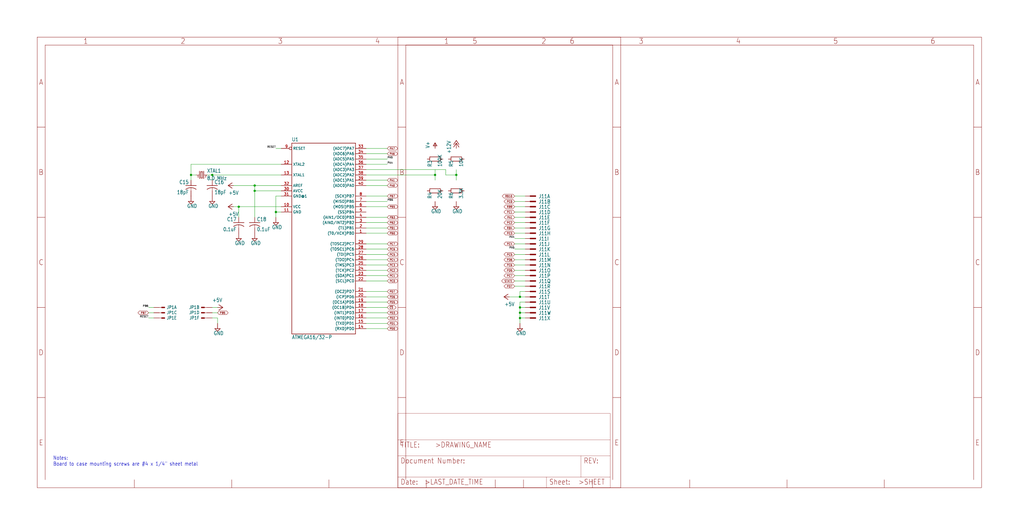
<source format=kicad_sch>
(kicad_sch (version 20211123) (generator eeschema)
  (paper "User" 490.22 254.406)
  (lib_symbols
    (symbol "Device:R" (pin_numbers hide) (pin_names (offset 0))
      (property "Reference" "R" (at 2.032 0 90))
      (property "Value" "R" (at 0 0 90))
      (symbol "R_0_1"
        (rectangle (start -1.016 -2.54) (end 1.016 2.54) (stroke (width 0.254)))
      )
      (symbol "R_1_1"
        (pin passive line (at 0 3.81 270) (length 1.27) (name "~") (number "1"))
        (pin passive line (at 0 -3.81 90) (length 1.27) (name "~") (number "2"))
      )
    )
    (symbol "mk312-eagle-import:+12V" (power)
      (property "Value" "+12V" (at -2.54 -5.08 90))
      (symbol "+12V_1_0"
        (polyline (pts (xy 0 0) (xy -1.27 -1.905)) (stroke (width 0.254)))
        (polyline (pts (xy 0 1.27) (xy -1.27 -0.635)) (stroke (width 0.254)))
        (polyline (pts (xy 1.27 -1.905) (xy 0 0)) (stroke (width 0.254)))
        (polyline (pts (xy 1.27 -0.635) (xy 0 1.27)) (stroke (width 0.254)))
        (pin power_in line (at 0 -2.54 90) (length 2.54) (name "+12V") (number "1"))
      )
    )
    (symbol "mk312-eagle-import:+5V" (power)
      (property "Value" "+5V" (at -2.54 -5.08 90))
      (symbol "+5V_1_0"
        (polyline (pts (xy 0 0) (xy -1.27 -1.905)) (stroke (width 0.254)))
        (polyline (pts (xy 1.27 -1.905) (xy 0 0)) (stroke (width 0.254)))
        (pin power_in line (at 0 -2.54 90) (length 2.54) (name "+5V") (number "1"))
      )
    )
    (symbol "mk312-eagle-import:057-006-1"
      (property "Reference" "X" (at 1.016 -0.762 0))
      (symbol "057-006-1_1_0"
        (polyline (pts (xy -2.54 0) (xy -1.27 0)) (stroke (width 0.1524)))
        (polyline (pts (xy 0 0) (xy -1.27 0)) (stroke (width 0.6096)))
        (pin passive line (at -5.08 0 0) (length 2.54) (name "S") (number "1"))
      )
      (symbol "057-006-1_2_0"
        (polyline (pts (xy -2.54 0) (xy -1.27 0)) (stroke (width 0.1524)))
        (polyline (pts (xy 0 0) (xy -1.27 0)) (stroke (width 0.6096)))
        (pin passive line (at -5.08 0 0) (length 2.54) (name "S") (number "2"))
      )
      (symbol "057-006-1_3_0"
        (polyline (pts (xy -2.54 0) (xy -1.27 0)) (stroke (width 0.1524)))
        (polyline (pts (xy 0 0) (xy -1.27 0)) (stroke (width 0.6096)))
        (pin passive line (at -5.08 0 0) (length 2.54) (name "S") (number "3"))
      )
      (symbol "057-006-1_4_0"
        (polyline (pts (xy -2.54 0) (xy -1.27 0)) (stroke (width 0.1524)))
        (polyline (pts (xy 0 0) (xy -1.27 0)) (stroke (width 0.6096)))
        (pin passive line (at -5.08 0 0) (length 2.54) (name "S") (number "4"))
      )
      (symbol "057-006-1_5_0"
        (polyline (pts (xy -2.54 0) (xy -1.27 0)) (stroke (width 0.1524)))
        (polyline (pts (xy 0 0) (xy -1.27 0)) (stroke (width 0.6096)))
        (pin passive line (at -5.08 0 0) (length 2.54) (name "S") (number "5"))
      )
      (symbol "057-006-1_6_0"
        (polyline (pts (xy -2.54 0) (xy -1.27 0)) (stroke (width 0.1524)))
        (polyline (pts (xy 0 0) (xy -1.27 0)) (stroke (width 0.6096)))
        (pin passive line (at -5.08 0 0) (length 2.54) (name "S") (number "6"))
      )
    )
    (symbol "mk312-eagle-import:2524-"
      (property "Reference" "X" (at -1.27 0.889 0))
      (symbol "2524-_1_0"
        (rectangle (start 0 -0.254) (end 2.794 0.254) (fill (type outline)))
        (pin passive line (at 5.08 0 180) (length 2.54) (name "KL") (number "1"))
      )
      (symbol "2524-_2_0"
        (rectangle (start 0 -0.254) (end 2.794 0.254) (fill (type outline)))
        (pin passive line (at 5.08 0 180) (length 2.54) (name "KL") (number "2"))
      )
      (symbol "2524-_3_0"
        (rectangle (start 0 -0.254) (end 2.794 0.254) (fill (type outline)))
        (pin passive line (at 5.08 0 180) (length 2.54) (name "KL") (number "3"))
      )
      (symbol "2524-_4_0"
        (rectangle (start 0 -0.254) (end 2.794 0.254) (fill (type outline)))
        (pin passive line (at 5.08 0 180) (length 2.54) (name "KL") (number "4"))
      )
      (symbol "2524-_5_0"
        (rectangle (start 0 -0.254) (end 2.794 0.254) (fill (type outline)))
        (pin passive line (at 5.08 0 180) (length 2.54) (name "KL") (number "5"))
      )
      (symbol "2524-_6_0"
        (rectangle (start 0 -0.254) (end 2.794 0.254) (fill (type outline)))
        (pin passive line (at 5.08 0 180) (length 2.54) (name "KL") (number "6"))
      )
      (symbol "2524-_7_0"
        (rectangle (start 0 -0.254) (end 2.794 0.254) (fill (type outline)))
        (pin passive line (at 5.08 0 180) (length 2.54) (name "KL") (number "7"))
      )
      (symbol "2524-_8_0"
        (rectangle (start 0 -0.254) (end 2.794 0.254) (fill (type outline)))
        (pin passive line (at 5.08 0 180) (length 2.54) (name "KL") (number "8"))
      )
      (symbol "2524-_9_0"
        (rectangle (start 0 -0.254) (end 2.794 0.254) (fill (type outline)))
        (pin passive line (at 5.08 0 180) (length 2.54) (name "KL") (number "9"))
      )
      (symbol "2524-_10_0"
        (rectangle (start 0 -0.254) (end 2.794 0.254) (fill (type outline)))
        (pin passive line (at 5.08 0 180) (length 2.54) (name "KL") (number "10"))
      )
      (symbol "2524-_11_0"
        (rectangle (start 0 -0.254) (end 2.794 0.254) (fill (type outline)))
        (pin passive line (at 5.08 0 180) (length 2.54) (name "KL") (number "11"))
      )
      (symbol "2524-_12_0"
        (rectangle (start 0 -0.254) (end 2.794 0.254) (fill (type outline)))
        (pin passive line (at 5.08 0 180) (length 2.54) (name "KL") (number "12"))
      )
      (symbol "2524-_13_0"
        (rectangle (start 0 -0.254) (end 2.794 0.254) (fill (type outline)))
        (pin passive line (at 5.08 0 180) (length 2.54) (name "KL") (number "13"))
      )
      (symbol "2524-_14_0"
        (rectangle (start 0 -0.254) (end 2.794 0.254) (fill (type outline)))
        (pin passive line (at 5.08 0 180) (length 2.54) (name "KL") (number "14"))
      )
      (symbol "2524-_15_0"
        (rectangle (start 0 -0.254) (end 2.794 0.254) (fill (type outline)))
        (pin passive line (at 5.08 0 180) (length 2.54) (name "KL") (number "15"))
      )
      (symbol "2524-_16_0"
        (rectangle (start 0 -0.254) (end 2.794 0.254) (fill (type outline)))
        (pin passive line (at 5.08 0 180) (length 2.54) (name "KL") (number "16"))
      )
      (symbol "2524-_17_0"
        (rectangle (start 0 -0.254) (end 2.794 0.254) (fill (type outline)))
        (pin passive line (at 5.08 0 180) (length 2.54) (name "KL") (number "17"))
      )
      (symbol "2524-_18_0"
        (rectangle (start 0 -0.254) (end 2.794 0.254) (fill (type outline)))
        (pin passive line (at 5.08 0 180) (length 2.54) (name "KL") (number "18"))
      )
      (symbol "2524-_19_0"
        (rectangle (start 0 -0.254) (end 2.794 0.254) (fill (type outline)))
        (pin passive line (at 5.08 0 180) (length 2.54) (name "KL") (number "19"))
      )
      (symbol "2524-_20_0"
        (rectangle (start 0 -0.254) (end 2.794 0.254) (fill (type outline)))
        (pin passive line (at 5.08 0 180) (length 2.54) (name "KL") (number "20"))
      )
      (symbol "2524-_21_0"
        (rectangle (start 0 -0.254) (end 2.794 0.254) (fill (type outline)))
        (pin passive line (at 5.08 0 180) (length 2.54) (name "KL") (number "21"))
      )
      (symbol "2524-_22_0"
        (rectangle (start 0 -0.254) (end 2.794 0.254) (fill (type outline)))
        (pin passive line (at 5.08 0 180) (length 2.54) (name "KL") (number "22"))
      )
      (symbol "2524-_23_0"
        (rectangle (start 0 -0.254) (end 2.794 0.254) (fill (type outline)))
        (pin passive line (at 5.08 0 180) (length 2.54) (name "KL") (number "23"))
      )
      (symbol "2524-_24_0"
        (rectangle (start 0 -0.254) (end 2.794 0.254) (fill (type outline)))
        (pin passive line (at 5.08 0 180) (length 2.54) (name "KL") (number "24"))
      )
    )
    (symbol "mk312-eagle-import:C-US025-024X044"
      (property "Reference" "C" (at 1.016 0.635 0))
      (property "Value" "C-US025-024X044" (at 1.016 -4.191 0))
      (symbol "C-US025-024X044_1_0"
        (arc (start 0 -1.0161) (mid -1.302 -1.2303) (end -2.4668 -1.8504) (stroke (width 0.254)))
        (polyline (pts (xy -2.54 0) (xy 2.54 0)) (stroke (width 0.254)))
        (polyline (pts (xy 0 -1.016) (xy 0 -2.54)) (stroke (width 0.1524)))
        (arc (start 2.4892 -1.8542) (mid 1.3158 -1.2195) (end 0 -1) (stroke (width 0.254)))
        (pin passive line (at 0 2.54 270) (length 2.54) (name "1") (number "1"))
        (pin passive line (at 0 -5.08 90) (length 2.54) (name "2") (number "2"))
      )
    )
    (symbol "mk312-eagle-import:CRYSTALHC49S"
      (property "Reference" "Q" (at 2.54 1.016 0))
      (property "Value" "CRYSTALHC49S" (at 2.54 -2.54 0))
      (symbol "CRYSTALHC49S_1_0"
        (polyline (pts (xy -2.54 0) (xy -1.016 0)) (stroke (width 0.1524)))
        (polyline (pts (xy -1.016 1.778) (xy -1.016 -1.778)) (stroke (width 0.254)))
        (polyline (pts (xy -0.381 -1.524) (xy 0.381 -1.524)) (stroke (width 0.254)))
        (polyline (pts (xy -0.381 1.524) (xy -0.381 -1.524)) (stroke (width 0.254)))
        (polyline (pts (xy 0.381 -1.524) (xy 0.381 1.524)) (stroke (width 0.254)))
        (polyline (pts (xy 0.381 1.524) (xy -0.381 1.524)) (stroke (width 0.254)))
        (polyline (pts (xy 1.016 0) (xy 2.54 0)) (stroke (width 0.1524)))
        (polyline (pts (xy 1.016 1.778) (xy 1.016 -1.778)) (stroke (width 0.254)))
        (text "1" (at -2.159 -1.143 0) (effects (font (size 0.8636 0.734)) (justify left bottom)))
        (text "2" (at 1.524 -1.143 0) (effects (font (size 0.8636 0.734)) (justify left bottom)))
        (pin passive line (at -2.54 0 0) (length 0) (name "1") (number "1"))
        (pin passive line (at 2.54 0 180) (length 0) (name "2") (number "2"))
      )
    )
    (symbol "mk312-eagle-import:FRAME_A_L"
      (symbol "FRAME_A_L_0_0"
        (polyline (pts (xy 0 43.18) (xy 3.81 43.18)))
        (polyline (pts (xy 0 86.36) (xy 3.81 86.36)))
        (polyline (pts (xy 0 129.54) (xy 3.81 129.54)))
        (polyline (pts (xy 0 172.72) (xy 3.81 172.72)))
        (polyline (pts (xy 3.81 3.81) (xy 3.81 212.09)))
        (polyline (pts (xy 46.5667 0) (xy 46.5667 3.81)))
        (polyline (pts (xy 93.1333 0) (xy 93.1333 3.81)))
        (polyline (pts (xy 139.7 0) (xy 139.7 3.81)))
        (polyline (pts (xy 186.2667 0) (xy 186.2667 3.81)))
        (polyline (pts (xy 232.8333 0) (xy 232.8333 3.81)))
        (polyline (pts (xy 275.59 3.81) (xy 275.59 212.09)))
        (polyline (pts (xy 275.59 43.18) (xy 279.4 43.18)))
        (polyline (pts (xy 275.59 86.36) (xy 279.4 86.36)))
        (polyline (pts (xy 275.59 129.54) (xy 279.4 129.54)))
        (polyline (pts (xy 275.59 172.72) (xy 279.4 172.72)))
        (polyline (pts (xy 275.59 212.09) (xy 3.81 212.09)))
        (polyline (pts (xy 0 0) (xy 279.4 0) (xy 279.4 215.9) (xy 0 215.9) (xy 0 0)))
        (text "1" (at 23.2833 213.995 0) (effects (font (size 2.54 2.286))))
        (text "2" (at 69.85 213.995 0) (effects (font (size 2.54 2.286))))
        (text "3" (at 116.4167 213.995 0) (effects (font (size 2.54 2.286))))
        (text "4" (at 162.9833 213.995 0) (effects (font (size 2.54 2.286))))
        (text "5" (at 209.55 213.995 0) (effects (font (size 2.54 2.286))))
        (text "6" (at 256.1167 213.995 0) (effects (font (size 2.54 2.286))))
        (text "A" (at 1.905 194.31 0) (effects (font (size 2.54 2.286))))
        (text "A" (at 277.495 194.31 0) (effects (font (size 2.54 2.286))))
        (text "B" (at 1.905 151.13 0) (effects (font (size 2.54 2.286))))
        (text "B" (at 277.495 151.13 0) (effects (font (size 2.54 2.286))))
        (text "C" (at 1.905 107.95 0) (effects (font (size 2.54 2.286))))
        (text "C" (at 277.495 107.95 0) (effects (font (size 2.54 2.286))))
        (text "D" (at 1.905 64.77 0) (effects (font (size 2.54 2.286))))
        (text "D" (at 277.495 64.77 0) (effects (font (size 2.54 2.286))))
        (text "E" (at 1.905 21.59 0) (effects (font (size 2.54 2.286))))
        (text "E" (at 277.495 21.59 0) (effects (font (size 2.54 2.286))))
      )
      (symbol "FRAME_A_L_2_0"
        (polyline (pts (xy 0 0) (xy 0 5.08)) (stroke (width 0.1016)))
        (polyline (pts (xy 0 0) (xy 71.12 0)) (stroke (width 0.1016)))
        (polyline (pts (xy 0 5.08) (xy 0 15.24)) (stroke (width 0.1016)))
        (polyline (pts (xy 0 5.08) (xy 71.12 5.08)) (stroke (width 0.1016)))
        (polyline (pts (xy 0 15.24) (xy 0 22.86)) (stroke (width 0.1016)))
        (polyline (pts (xy 0 22.86) (xy 0 35.56)) (stroke (width 0.1016)))
        (polyline (pts (xy 0 22.86) (xy 101.6 22.86)) (stroke (width 0.1016)))
        (polyline (pts (xy 71.12 0) (xy 101.6 0)) (stroke (width 0.1016)))
        (polyline (pts (xy 71.12 5.08) (xy 71.12 0)) (stroke (width 0.1016)))
        (polyline (pts (xy 71.12 5.08) (xy 87.63 5.08)) (stroke (width 0.1016)))
        (polyline (pts (xy 87.63 5.08) (xy 101.6 5.08)) (stroke (width 0.1016)))
        (polyline (pts (xy 87.63 15.24) (xy 0 15.24)) (stroke (width 0.1016)))
        (polyline (pts (xy 87.63 15.24) (xy 87.63 5.08)) (stroke (width 0.1016)))
        (polyline (pts (xy 101.6 5.08) (xy 101.6 0)) (stroke (width 0.1016)))
        (polyline (pts (xy 101.6 15.24) (xy 87.63 15.24)) (stroke (width 0.1016)))
        (polyline (pts (xy 101.6 15.24) (xy 101.6 5.08)) (stroke (width 0.1016)))
        (polyline (pts (xy 101.6 22.86) (xy 101.6 15.24)) (stroke (width 0.1016)))
        (polyline (pts (xy 101.6 35.56) (xy 0 35.56)) (stroke (width 0.1016)))
        (polyline (pts (xy 101.6 35.56) (xy 101.6 22.86)) (stroke (width 0.1016)))
        (text ">DRAWING_NAME" (at 17.78 19.05 0) (effects (font (size 2.54 2.159)) (justify left bottom)))
        (text ">LAST_DATE_TIME" (at 12.7 1.27 0) (effects (font (size 2.54 2.159)) (justify left bottom)))
        (text ">SHEET" (at 86.36 1.27 0) (effects (font (size 2.54 2.159)) (justify left bottom)))
        (text "Date:" (at 1.27 1.27 0) (effects (font (size 2.54 2.159)) (justify left bottom)))
        (text "Document Number:" (at 1.27 11.43 0) (effects (font (size 2.54 2.159)) (justify left bottom)))
        (text "REV:" (at 88.9 11.43 0) (effects (font (size 2.54 2.159)) (justify left bottom)))
        (text "Sheet:" (at 72.39 1.27 0) (effects (font (size 2.54 2.159)) (justify left bottom)))
        (text "TITLE:" (at 1.27 19.05 0) (effects (font (size 2.54 2.159)) (justify left bottom)))
      )
    )
    (symbol "mk312-eagle-import:GND" (power)
      (property "Value" "GND" (at -1.905 -3.175 0))
      (symbol "GND_1_0"
        (polyline (pts (xy -1.27 0) (xy 1.27 0)) (stroke (width 0.254)))
        (polyline (pts (xy 0 -1.27) (xy -1.27 0)) (stroke (width 0.254)))
        (polyline (pts (xy 1.27 0) (xy 0 -1.27)) (stroke (width 0.254)))
        (pin power_in line (at 0 2.54 270) (length 2.54) (name "GND") (number "1"))
      )
    )
    (symbol "mk312-eagle-import:MEGA16-P"
      (property "Reference" "IC" (at -15.24 43.942 0))
      (property "Value" "MEGA16-P" (at -15.24 -50.8 0))
      (symbol "MEGA16-P_1_0"
        (polyline (pts (xy -15.24 -48.26) (xy -15.24 43.18)) (stroke (width 0.254)))
        (polyline (pts (xy -15.24 43.18) (xy 15.24 43.18)) (stroke (width 0.254)))
        (polyline (pts (xy 15.24 -48.26) (xy -15.24 -48.26)) (stroke (width 0.254)))
        (polyline (pts (xy 15.24 43.18) (xy 15.24 -48.26)) (stroke (width 0.254)))
        (pin bidirectional line (at 20.32 0 180) (length 5.08) (name "(T0/XCK)PB0") (number "1"))
        (pin power_in line (at -20.32 12.7 0) (length 5.08) (name "VCC") (number "10"))
        (pin power_in line (at -20.32 10.16 0) (length 5.08) (name "GND") (number "11"))
        (pin bidirectional line (at -20.32 33.02 0) (length 5.08) (name "XTAL2") (number "12"))
        (pin bidirectional line (at -20.32 27.94 0) (length 5.08) (name "XTAL1") (number "13"))
        (pin bidirectional line (at 20.32 -45.72 180) (length 5.08) (name "(RXD)PD0") (number "14"))
        (pin bidirectional line (at 20.32 -43.18 180) (length 5.08) (name "(TXD)PD1") (number "15"))
        (pin bidirectional line (at 20.32 -40.64 180) (length 5.08) (name "(INT0)PD2") (number "16"))
        (pin bidirectional line (at 20.32 -38.1 180) (length 5.08) (name "(INT1)PD3") (number "17"))
        (pin bidirectional line (at 20.32 -35.56 180) (length 5.08) (name "(OC1B)PD4") (number "18"))
        (pin bidirectional line (at 20.32 -33.02 180) (length 5.08) (name "(OC1A)PD5") (number "19"))
        (pin bidirectional line (at 20.32 2.54 180) (length 5.08) (name "(T1)PB1") (number "2"))
        (pin bidirectional line (at 20.32 -30.48 180) (length 5.08) (name "(ICP)PD6") (number "20"))
        (pin bidirectional line (at 20.32 -27.94 180) (length 5.08) (name "(OC2)PD7") (number "21"))
        (pin bidirectional line (at 20.32 -22.86 180) (length 5.08) (name "(SCL)PC0") (number "22"))
        (pin bidirectional line (at 20.32 -20.32 180) (length 5.08) (name "(SDA)PC1") (number "23"))
        (pin bidirectional line (at 20.32 -17.78 180) (length 5.08) (name "(TCK)PC2") (number "24"))
        (pin bidirectional line (at 20.32 -15.24 180) (length 5.08) (name "(TMS)PC3") (number "25"))
        (pin bidirectional line (at 20.32 -12.7 180) (length 5.08) (name "(TDO)PC4") (number "26"))
        (pin bidirectional line (at 20.32 -10.16 180) (length 5.08) (name "(TDI)PC5") (number "27"))
        (pin bidirectional line (at 20.32 -7.62 180) (length 5.08) (name "(TOSC1)PC6") (number "28"))
        (pin bidirectional line (at 20.32 -5.08 180) (length 5.08) (name "(TOSC2)PC7") (number "29"))
        (pin bidirectional line (at 20.32 5.08 180) (length 5.08) (name "(AIN0/INT2)PB2") (number "3"))
        (pin power_in line (at -20.32 20.32 0) (length 5.08) (name "AVCC") (number "30"))
        (pin power_in line (at -20.32 17.78 0) (length 5.08) (name "GND@1") (number "31"))
        (pin passive line (at -20.32 22.86 0) (length 5.08) (name "AREF") (number "32"))
        (pin bidirectional line (at 20.32 40.64 180) (length 5.08) (name "(ADC7)PA7") (number "33"))
        (pin bidirectional line (at 20.32 38.1 180) (length 5.08) (name "(ADC6)PA6") (number "34"))
        (pin bidirectional line (at 20.32 35.56 180) (length 5.08) (name "(ADC5)PA5") (number "35"))
        (pin bidirectional line (at 20.32 33.02 180) (length 5.08) (name "(ADC4)PA4") (number "36"))
        (pin bidirectional line (at 20.32 30.48 180) (length 5.08) (name "(ADC3)PA3") (number "37"))
        (pin bidirectional line (at 20.32 27.94 180) (length 5.08) (name "(ADC2)PA2") (number "38"))
        (pin bidirectional line (at 20.32 25.4 180) (length 5.08) (name "(ADC1)PA1") (number "39"))
        (pin bidirectional line (at 20.32 7.62 180) (length 5.08) (name "(AIN1/OC0)PB3") (number "4"))
        (pin bidirectional line (at 20.32 22.86 180) (length 5.08) (name "(ADC0)PA0") (number "40"))
        (pin bidirectional line (at 20.32 10.16 180) (length 5.08) (name "(SS)PB4") (number "5"))
        (pin bidirectional line (at 20.32 12.7 180) (length 5.08) (name "(MOSI)PB5") (number "6"))
        (pin bidirectional line (at 20.32 15.24 180) (length 5.08) (name "(MISO)PB6") (number "7"))
        (pin bidirectional line (at 20.32 17.78 180) (length 5.08) (name "(SCK)PB7") (number "8"))
        (pin input inverted (at -20.32 40.64 0) (length 5.08) (name "RESET") (number "9"))
      )
    )
    (symbol "mk312-eagle-import:V+" (power)
      (property "Value" "V+" (at -2.54 -2.54 90))
      (symbol "V+_1_0"
        (polyline (pts (xy -0.889 -1.27) (xy 0.889 -1.27)) (stroke (width 0.254)))
        (polyline (pts (xy 0 0.127) (xy -0.889 -1.27)) (stroke (width 0.254)))
        (polyline (pts (xy 0.889 -1.27) (xy 0 0.127)) (stroke (width 0.254)))
        (pin power_in line (at 0 -2.54 90) (length 2.54) (name "V+") (number "1"))
      )
    )
  )
  (junction (at 248.92 149.86))
  (junction (at 248.92 152.4))
  (junction (at 218.44 83.82))
  (junction (at 208.28 83.82))
  (junction (at 91.44 83.82))
  (junction (at 248.92 142.24))
  (junction (at 248.92 147.32))
  (junction (at 101.6 83.82))
  (junction (at 121.92 88.9))
  (junction (at 114.3 99.06))
  (junction (at 132.08 101.6))
  (junction (at 121.92 91.44))
  (wire (pts (xy 175.26 111.76) (xy 185.42 111.76)))
  (wire (pts (xy 248.92 147.32) (xy 248.92 149.86)))
  (wire (pts (xy 134.62 99.06) (xy 114.3 99.06)))
  (wire (pts (xy 175.26 104.14) (xy 185.42 104.14)))
  (wire (pts (xy 132.08 93.98) (xy 132.08 101.6)))
  (wire (pts (xy 73.66 152.4) (xy 71.12 152.4)))
  (wire (pts (xy 114.3 104.14) (xy 114.3 99.06)))
  (wire (pts (xy 248.92 142.24) (xy 248.92 139.7)))
  (wire (pts (xy 248.92 152.4) (xy 251.46 152.4)))
  (wire (pts (xy 134.62 71.12) (xy 132.08 71.12)))
  (wire (pts (xy 175.26 116.84) (xy 185.42 116.84)))
  (wire (pts (xy 251.46 114.3) (xy 246.38 114.3)))
  (wire (pts (xy 251.46 111.76) (xy 246.38 111.76)))
  (wire (pts (xy 218.44 83.82) (xy 218.44 81.28)))
  (wire (pts (xy 218.44 86.36) (xy 218.44 83.82)))
  (wire (pts (xy 251.46 137.16) (xy 246.38 137.16)))
  (wire (pts (xy 111.76 88.9) (xy 121.92 88.9)))
  (wire (pts (xy 175.26 93.98) (xy 185.42 93.98)))
  (wire (pts (xy 121.92 91.44) (xy 121.92 88.9)))
  (wire (pts (xy 134.62 101.6) (xy 132.08 101.6)))
  (wire (pts (xy 208.28 81.28) (xy 208.28 83.82)))
  (wire (pts (xy 251.46 134.62) (xy 246.38 134.62)))
  (wire (pts (xy 175.26 73.66) (xy 185.42 73.66)))
  (wire (pts (xy 213.36 81.28) (xy 213.36 83.82)))
  (wire (pts (xy 175.26 157.48) (xy 185.42 157.48)))
  (wire (pts (xy 91.44 86.36) (xy 91.44 83.82)))
  (wire (pts (xy 248.92 144.78) (xy 248.92 147.32)))
  (wire (pts (xy 213.36 83.82) (xy 218.44 83.82)))
  (wire (pts (xy 175.26 127) (xy 185.42 127)))
  (wire (pts (xy 175.26 134.62) (xy 185.42 134.62)))
  (wire (pts (xy 185.42 76.2) (xy 175.26 76.2)))
  (wire (pts (xy 104.14 147.32) (xy 101.6 147.32)))
  (wire (pts (xy 251.46 99.06) (xy 246.38 99.06)))
  (wire (pts (xy 248.92 149.86) (xy 248.92 152.4)))
  (wire (pts (xy 251.46 149.86) (xy 248.92 149.86)))
  (wire (pts (xy 251.46 144.78) (xy 248.92 144.78)))
  (wire (pts (xy 101.6 149.86) (xy 104.14 149.86)))
  (wire (pts (xy 251.46 104.14) (xy 246.38 104.14)))
  (wire (pts (xy 175.26 99.06) (xy 185.42 99.06)))
  (wire (pts (xy 175.26 129.54) (xy 185.42 129.54)))
  (wire (pts (xy 175.26 81.28) (xy 213.36 81.28)))
  (wire (pts (xy 132.08 101.6) (xy 132.08 104.14)))
  (wire (pts (xy 243.84 142.24) (xy 248.92 142.24)))
  (wire (pts (xy 175.26 119.38) (xy 185.42 119.38)))
  (wire (pts (xy 91.44 83.82) (xy 93.98 83.82)))
  (wire (pts (xy 175.26 139.7) (xy 185.42 139.7)))
  (wire (pts (xy 104.14 152.4) (xy 101.6 152.4)))
  (wire (pts (xy 251.46 96.52) (xy 246.38 96.52)))
  (wire (pts (xy 175.26 109.22) (xy 185.42 109.22)))
  (wire (pts (xy 134.62 93.98) (xy 132.08 93.98)))
  (wire (pts (xy 121.92 104.14) (xy 121.92 91.44)))
  (wire (pts (xy 104.14 154.94) (xy 104.14 152.4)))
  (wire (pts (xy 251.46 119.38) (xy 246.38 119.38)))
  (wire (pts (xy 99.06 83.82) (xy 101.6 83.82)))
  (wire (pts (xy 175.26 106.68) (xy 185.42 106.68)))
  (wire (pts (xy 73.66 149.86) (xy 71.12 149.86)))
  (wire (pts (xy 121.92 88.9) (xy 134.62 88.9)))
  (wire (pts (xy 91.44 78.74) (xy 91.44 83.82)))
  (wire (pts (xy 101.6 83.82) (xy 134.62 83.82)))
  (wire (pts (xy 251.46 101.6) (xy 246.38 101.6)))
  (wire (pts (xy 251.46 93.98) (xy 246.38 93.98)))
  (wire (pts (xy 175.26 78.74) (xy 185.42 78.74)))
  (wire (pts (xy 251.46 106.68) (xy 246.38 106.68)))
  (wire (pts (xy 248.92 139.7) (xy 251.46 139.7)))
  (wire (pts (xy 175.26 132.08) (xy 185.42 132.08)))
  (wire (pts (xy 175.26 124.46) (xy 185.42 124.46)))
  (wire (pts (xy 175.26 86.36) (xy 185.42 86.36)))
  (wire (pts (xy 175.26 147.32) (xy 185.42 147.32)))
  (wire (pts (xy 251.46 142.24) (xy 248.92 142.24)))
  (wire (pts (xy 101.6 86.36) (xy 101.6 83.82)))
  (wire (pts (xy 175.26 96.52) (xy 185.42 96.52)))
  (wire (pts (xy 251.46 121.92) (xy 246.38 121.92)))
  (wire (pts (xy 208.28 83.82) (xy 208.28 86.36)))
  (wire (pts (xy 248.92 152.4) (xy 248.92 154.94)))
  (wire (pts (xy 134.62 91.44) (xy 121.92 91.44)))
  (wire (pts (xy 175.26 154.94) (xy 185.42 154.94)))
  (wire (pts (xy 251.46 127) (xy 246.38 127)))
  (wire (pts (xy 175.26 149.86) (xy 185.42 149.86)))
  (wire (pts (xy 134.62 78.74) (xy 91.44 78.74)))
  (wire (pts (xy 251.46 147.32) (xy 248.92 147.32)))
  (wire (pts (xy 175.26 144.78) (xy 185.42 144.78)))
  (wire (pts (xy 73.66 147.32) (xy 71.12 147.32)))
  (wire (pts (xy 251.46 116.84) (xy 246.38 116.84)))
  (wire (pts (xy 251.46 132.08) (xy 246.38 132.08)))
  (wire (pts (xy 175.26 142.24) (xy 185.42 142.24)))
  (wire (pts (xy 175.26 88.9) (xy 185.42 88.9)))
  (wire (pts (xy 251.46 109.22) (xy 246.38 109.22)))
  (wire (pts (xy 175.26 152.4) (xy 185.42 152.4)))
  (wire (pts (xy 175.26 121.92) (xy 185.42 121.92)))
  (wire (pts (xy 114.3 99.06) (xy 111.76 99.06)))
  (wire (pts (xy 175.26 83.82) (xy 208.28 83.82)))
  (wire (pts (xy 175.26 71.12) (xy 185.42 71.12)))
  (wire (pts (xy 251.46 129.54) (xy 246.38 129.54)))
  (wire (pts (xy 251.46 124.46) (xy 246.38 124.46)))
  (text "Notes:\nBoard to case mounting screws are #4 x 1/4\" sheet metal" (at 25.4 223.52 0) (effects (font (size 1.778 1.5113)) (justify left bottom)))
  (label "PA4" (at 246.38 114.3 180) (effects (font (size 0.889 0.889))))
  (label "PA5" (at 185.42 76.2 0) (effects (font (size 0.889 0.889))))
  (label "PB6" (at 185.42 96.52 0) (effects (font (size 0.889 0.889))))
  (label "PB6" (at 71.12 147.32 180) (effects (font (size 0.889 0.889))))
  (label "PA5" (at 246.38 119.38 180) (effects (font (size 0.889 0.889))))
  (label "RESET" (at 132.08 71.12 180) (effects (font (size 0.889 0.889))))
  (label "RESET" (at 71.12 152.4 180) (effects (font (size 0.889 0.889))))
  (label "PA4" (at 185.42 78.74 0) (effects (font (size 0.889 0.889))))
  (global_label "PC7" (shape bidirectional) (at 246.38 132.08 180) (effects (font (size 0.889 0.889))) (property "Intersheet References" "${INTERSHEET_REFS}" (effects hide)))
  (global_label "PD2" (shape bidirectional) (at 185.42 152.4 0) (effects (font (size 0.889 0.889))) (property "Intersheet References" "${INTERSHEET_REFS}" (effects hide)))
  (global_label "PD7" (shape bidirectional) (at 185.42 139.7 0) (effects (font (size 0.889 0.889))) (property "Intersheet References" "${INTERSHEET_REFS}" (effects hide)))
  (global_label "PD3" (shape bidirectional) (at 185.42 149.86 0) (effects (font (size 0.889 0.889))) (property "Intersheet References" "${INTERSHEET_REFS}" (effects hide)))
  (global_label "PD0" (shape bidirectional) (at 185.42 157.48 0) (effects (font (size 0.889 0.889))) (property "Intersheet References" "${INTERSHEET_REFS}" (effects hide)))
  (global_label "PB7" (shape bidirectional) (at 185.42 93.98 0) (effects (font (size 0.889 0.889))) (property "Intersheet References" "${INTERSHEET_REFS}" (effects hide)))
  (global_label "PC5" (shape bidirectional) (at 185.42 121.92 0) (effects (font (size 0.889 0.889))) (property "Intersheet References" "${INTERSHEET_REFS}" (effects hide)))
  (global_label "PC2" (shape bidirectional) (at 246.38 106.68 180) (effects (font (size 0.889 0.889))) (property "Intersheet References" "${INTERSHEET_REFS}" (effects hide)))
  (global_label "RB10" (shape bidirectional) (at 246.38 93.98 180) (effects (font (size 0.889 0.889))) (property "Intersheet References" "${INTERSHEET_REFS}" (effects hide)))
  (global_label "PB0" (shape bidirectional) (at 185.42 111.76 0) (effects (font (size 0.889 0.889))) (property "Intersheet References" "${INTERSHEET_REFS}" (effects hide)))
  (global_label "PA1" (shape bidirectional) (at 246.38 104.14 180) (effects (font (size 0.889 0.889))) (property "Intersheet References" "${INTERSHEET_REFS}" (effects hide)))
  (global_label "PD6" (shape bidirectional) (at 246.38 124.46 180) (effects (font (size 0.889 0.889))) (property "Intersheet References" "${INTERSHEET_REFS}" (effects hide)))
  (global_label "PC1" (shape bidirectional) (at 185.42 132.08 0) (effects (font (size 0.889 0.889))) (property "Intersheet References" "${INTERSHEET_REFS}" (effects hide)))
  (global_label "RB4" (shape bidirectional) (at 246.38 109.22 180) (effects (font (size 0.889 0.889))) (property "Intersheet References" "${INTERSHEET_REFS}" (effects hide)))
  (global_label "PA1" (shape bidirectional) (at 185.42 86.36 0) (effects (font (size 0.889 0.889))) (property "Intersheet References" "${INTERSHEET_REFS}" (effects hide)))
  (global_label "PB7" (shape bidirectional) (at 71.12 149.86 180) (effects (font (size 0.889 0.889))) (property "Intersheet References" "${INTERSHEET_REFS}" (effects hide)))
  (global_label "PC3" (shape bidirectional) (at 185.42 127 0) (effects (font (size 0.889 0.889))) (property "Intersheet References" "${INTERSHEET_REFS}" (effects hide)))
  (global_label "PB5" (shape bidirectional) (at 185.42 99.06 0) (effects (font (size 0.889 0.889))) (property "Intersheet References" "${INTERSHEET_REFS}" (effects hide)))
  (global_label "PB3" (shape bidirectional) (at 185.42 104.14 0) (effects (font (size 0.889 0.889))) (property "Intersheet References" "${INTERSHEET_REFS}" (effects hide)))
  (global_label "PB1" (shape bidirectional) (at 185.42 109.22 0) (effects (font (size 0.889 0.889))) (property "Intersheet References" "${INTERSHEET_REFS}" (effects hide)))
  (global_label "PD6" (shape bidirectional) (at 185.42 142.24 0) (effects (font (size 0.889 0.889))) (property "Intersheet References" "${INTERSHEET_REFS}" (effects hide)))
  (global_label "PC4" (shape bidirectional) (at 246.38 116.84 180) (effects (font (size 0.889 0.889))) (property "Intersheet References" "${INTERSHEET_REFS}" (effects hide)))
  (global_label "PC6" (shape bidirectional) (at 246.38 127 180) (effects (font (size 0.889 0.889))) (property "Intersheet References" "${INTERSHEET_REFS}" (effects hide)))
  (global_label "PA7" (shape bidirectional) (at 185.42 71.12 0) (effects (font (size 0.889 0.889))) (property "Intersheet References" "${INTERSHEET_REFS}" (effects hide)))
  (global_label "PB2" (shape bidirectional) (at 185.42 106.68 0) (effects (font (size 0.889 0.889))) (property "Intersheet References" "${INTERSHEET_REFS}" (effects hide)))
  (global_label "PA0" (shape bidirectional) (at 185.42 88.9 0) (effects (font (size 0.889 0.889))) (property "Intersheet References" "${INTERSHEET_REFS}" (effects hide)))
  (global_label "PC3" (shape bidirectional) (at 246.38 111.76 180) (effects (font (size 0.889 0.889))) (property "Intersheet References" "${INTERSHEET_REFS}" (effects hide)))
  (global_label "PA6" (shape bidirectional) (at 185.42 73.66 0) (effects (font (size 0.889 0.889))) (property "Intersheet References" "${INTERSHEET_REFS}" (effects hide)))
  (global_label "PD5" (shape bidirectional) (at 185.42 144.78 0) (effects (font (size 0.889 0.889))) (property "Intersheet References" "${INTERSHEET_REFS}" (effects hide)))
  (global_label "PC4" (shape bidirectional) (at 185.42 124.46 0) (effects (font (size 0.889 0.889))) (property "Intersheet References" "${INTERSHEET_REFS}" (effects hide)))
  (global_label "PC1" (shape bidirectional) (at 246.38 101.6 180) (effects (font (size 0.889 0.889))) (property "Intersheet References" "${INTERSHEET_REFS}" (effects hide)))
  (global_label "RB9" (shape bidirectional) (at 246.38 99.06 180) (effects (font (size 0.889 0.889))) (property "Intersheet References" "${INTERSHEET_REFS}" (effects hide)))
  (global_label "PD7" (shape bidirectional) (at 246.38 137.16 180) (effects (font (size 0.889 0.889))) (property "Intersheet References" "${INTERSHEET_REFS}" (effects hide)))
  (global_label "PC0" (shape bidirectional) (at 185.42 134.62 0) (effects (font (size 0.889 0.889))) (property "Intersheet References" "${INTERSHEET_REFS}" (effects hide)))
  (global_label "PC2" (shape bidirectional) (at 185.42 129.54 0) (effects (font (size 0.889 0.889))) (property "Intersheet References" "${INTERSHEET_REFS}" (effects hide)))
  (global_label "PB5" (shape bidirectional) (at 104.14 149.86 0) (effects (font (size 0.889 0.889))) (property "Intersheet References" "${INTERSHEET_REFS}" (effects hide)))
  (global_label "PC5" (shape bidirectional) (at 246.38 121.92 180) (effects (font (size 0.889 0.889))) (property "Intersheet References" "${INTERSHEET_REFS}" (effects hide)))
  (global_label "STATE" (shape bidirectional) (at 246.38 134.62 180) (effects (font (size 0.889 0.889))) (property "Intersheet References" "${INTERSHEET_REFS}" (effects hide)))
  (global_label "PC6" (shape bidirectional) (at 185.42 119.38 0) (effects (font (size 0.889 0.889))) (property "Intersheet References" "${INTERSHEET_REFS}" (effects hide)))
  (global_label "~{CS}" (shape bidirectional) (at 185.42 147.32 0) (effects (font (size 0.889 0.889))) (property "Intersheet References" "${INTERSHEET_REFS}" (effects hide)))
  (global_label "PD1" (shape bidirectional) (at 185.42 154.94 0) (effects (font (size 0.889 0.889))) (property "Intersheet References" "${INTERSHEET_REFS}" (effects hide)))
  (global_label "PC0" (shape bidirectional) (at 246.38 96.52 180) (effects (font (size 0.889 0.889))) (property "Intersheet References" "${INTERSHEET_REFS}" (effects hide)))
  (global_label "PD5" (shape bidirectional) (at 246.38 129.54 180) (effects (font (size 0.889 0.889))) (property "Intersheet References" "${INTERSHEET_REFS}" (effects hide)))
  (global_label "PC7" (shape bidirectional) (at 185.42 116.84 0) (effects (font (size 0.889 0.889))) (property "Intersheet References" "${INTERSHEET_REFS}" (effects hide)))
  (symbol (lib_id "mk312-eagle-import:GND") (at 104.14 157.48 0) (unit 1)
    (property "Reference" "#GND094" (effects hide))
    (property "Value" "GND" (at 102.235 160.655 0) (effects (font (size 1.778 1.5113)) (justify left bottom)))
    (property "Footprint" "mk312:" (effects hide))
  )
  (symbol (lib_id "mk312-eagle-import:057-006-1") (at 78.74 147.32 0) (unit 1)
    (property "Reference" "JP1" (at 79.756 148.082 0) (effects (font (size 1.524 1.2954)) (justify left bottom)))
    (property "Value" "ISP" (effects hide))
    (property "Footprint" "mk312:057-006-1" (effects hide))
  )
  (symbol (lib_id "mk312-eagle-import:2524-") (at 256.54 124.46 0) (mirror y) (unit 13)
    (property "Reference" "J11" (at 257.81 123.571 0) (effects (font (size 1.778 1.5113)) (justify right top)))
    (property "Value" "FRONT PANEL" (effects hide))
    (property "Footprint" "mk312:PAK100_2500-24" (effects hide))
  )
  (symbol (lib_id "mk312-eagle-import:2524-") (at 256.54 144.78 0) (mirror y) (unit 21)
    (property "Reference" "J11" (at 257.81 143.891 0) (effects (font (size 1.778 1.5113)) (justify right top)))
    (property "Value" "FRONT PANEL" (effects hide))
    (property "Footprint" "mk312:PAK100_2500-24" (effects hide))
  )
  (symbol (lib_id "Device:R") (at 208.28 91.44 90) (unit 1)
    (property "Reference" "R4" (at 206.7814 95.25 0) (effects (font (size 1.778 1.5113)) (justify left bottom)))
    (property "Value" "20K" (at 211.582 95.25 0) (effects (font (size 1.778 1.5113)) (justify left bottom)))
    (property "Footprint" "mk312:0207_10" (effects hide))
  )
  (symbol (lib_id "mk312-eagle-import:2524-") (at 256.54 147.32 0) (mirror y) (unit 22)
    (property "Reference" "J11" (at 257.81 146.431 0) (effects (font (size 1.778 1.5113)) (justify right top)))
    (property "Value" "FRONT PANEL" (effects hide))
    (property "Footprint" "mk312:PAK100_2500-24" (effects hide))
  )
  (symbol (lib_id "mk312-eagle-import:C-US025-024X044") (at 101.6 88.9 0) (unit 1)
    (property "Reference" "C16" (at 102.616 88.265 0) (effects (font (size 1.778 1.5113)) (justify left bottom)))
    (property "Value" "18pF" (at 102.616 93.091 0) (effects (font (size 1.778 1.5113)) (justify left bottom)))
    (property "Footprint" "mk312:C025-024X044" (effects hide))
  )
  (symbol (lib_id "mk312-eagle-import:2524-") (at 256.54 132.08 0) (mirror y) (unit 16)
    (property "Reference" "J11" (at 257.81 131.191 0) (effects (font (size 1.778 1.5113)) (justify right top)))
    (property "Value" "FRONT PANEL" (effects hide))
    (property "Footprint" "mk312:PAK100_2500-24" (effects hide))
  )
  (symbol (lib_id "Device:R") (at 218.44 76.2 90) (unit 1)
    (property "Reference" "R5" (at 216.9414 80.01 0) (effects (font (size 1.778 1.5113)) (justify left bottom)))
    (property "Value" "10K" (at 221.742 80.01 0) (effects (font (size 1.778 1.5113)) (justify left bottom)))
    (property "Footprint" "mk312:0207_10" (effects hide))
  )
  (symbol (lib_id "mk312-eagle-import:2524-") (at 256.54 134.62 0) (mirror y) (unit 17)
    (property "Reference" "J11" (at 257.81 133.731 0) (effects (font (size 1.778 1.5113)) (justify right top)))
    (property "Value" "FRONT PANEL" (effects hide))
    (property "Footprint" "mk312:PAK100_2500-24" (effects hide))
  )
  (symbol (lib_id "mk312-eagle-import:2524-") (at 256.54 101.6 0) (mirror y) (unit 4)
    (property "Reference" "J11" (at 257.81 100.711 0) (effects (font (size 1.778 1.5113)) (justify right top)))
    (property "Value" "FRONT PANEL" (effects hide))
    (property "Footprint" "mk312:PAK100_2500-24" (effects hide))
  )
  (symbol (lib_id "mk312-eagle-import:+5V") (at 106.68 147.32 270) (unit 1)
    (property "Reference" "#P+036" (effects hide))
    (property "Value" "+5V" (at 101.6 144.78 90) (effects (font (size 1.778 1.5113)) (justify left bottom)))
    (property "Footprint" "mk312:" (effects hide))
  )
  (symbol (lib_id "mk312-eagle-import:2524-") (at 256.54 116.84 0) (mirror y) (unit 10)
    (property "Reference" "J11" (at 257.81 115.951 0) (effects (font (size 1.778 1.5113)) (justify right top)))
    (property "Value" "FRONT PANEL" (effects hide))
    (property "Footprint" "mk312:PAK100_2500-24" (effects hide))
  )
  (symbol (lib_id "mk312-eagle-import:V+") (at 208.28 68.58 0) (unit 1)
    (property "Reference" "#P+016" (effects hide))
    (property "Value" "V+" (at 205.74 71.12 90) (effects (font (size 1.778 1.5113)) (justify left bottom)))
    (property "Footprint" "mk312:" (effects hide))
  )
  (symbol (lib_id "mk312-eagle-import:057-006-1") (at 78.74 149.86 0) (unit 3)
    (property "Reference" "JP1" (at 79.756 150.622 0) (effects (font (size 1.524 1.2954)) (justify left bottom)))
    (property "Value" "ISP" (effects hide))
    (property "Footprint" "mk312:057-006-1" (effects hide))
  )
  (symbol (lib_id "mk312-eagle-import:2524-") (at 256.54 104.14 0) (mirror y) (unit 5)
    (property "Reference" "J11" (at 257.81 103.251 0) (effects (font (size 1.778 1.5113)) (justify right top)))
    (property "Value" "FRONT PANEL" (effects hide))
    (property "Footprint" "mk312:PAK100_2500-24" (effects hide))
  )
  (symbol (lib_id "mk312-eagle-import:GND") (at 218.44 99.06 0) (unit 1)
    (property "Reference" "#GND04" (effects hide))
    (property "Value" "GND" (at 216.535 102.235 0) (effects (font (size 1.778 1.5113)) (justify left bottom)))
    (property "Footprint" "mk312:" (effects hide))
  )
  (symbol (lib_id "mk312-eagle-import:057-006-1") (at 96.52 147.32 0) (mirror y) (unit 2)
    (property "Reference" "JP1" (at 95.504 148.082 0) (effects (font (size 1.524 1.2954)) (justify left bottom)))
    (property "Value" "ISP" (effects hide))
    (property "Footprint" "mk312:057-006-1" (effects hide))
  )
  (symbol (lib_id "mk312-eagle-import:GND") (at 208.28 99.06 0) (unit 1)
    (property "Reference" "#GND074" (effects hide))
    (property "Value" "GND" (at 206.375 102.235 0) (effects (font (size 1.778 1.5113)) (justify left bottom)))
    (property "Footprint" "mk312:" (effects hide))
  )
  (symbol (lib_id "mk312-eagle-import:C-US025-024X044") (at 91.44 88.9 0) (mirror y) (unit 1)
    (property "Reference" "C15" (at 90.424 88.265 0) (effects (font (size 1.778 1.5113)) (justify left bottom)))
    (property "Value" "18pF" (at 90.424 93.091 0) (effects (font (size 1.778 1.5113)) (justify left bottom)))
    (property "Footprint" "mk312:C025-024X044" (effects hide))
  )
  (symbol (lib_id "mk312-eagle-import:2524-") (at 256.54 137.16 0) (mirror y) (unit 18)
    (property "Reference" "J11" (at 257.81 136.271 0) (effects (font (size 1.778 1.5113)) (justify right top)))
    (property "Value" "FRONT PANEL" (effects hide))
    (property "Footprint" "mk312:PAK100_2500-24" (effects hide))
  )
  (symbol (lib_id "mk312-eagle-import:2524-") (at 256.54 127 0) (mirror y) (unit 14)
    (property "Reference" "J11" (at 257.81 126.111 0) (effects (font (size 1.778 1.5113)) (justify right top)))
    (property "Value" "FRONT PANEL" (effects hide))
    (property "Footprint" "mk312:PAK100_2500-24" (effects hide))
  )
  (symbol (lib_id "mk312-eagle-import:2524-") (at 256.54 99.06 0) (mirror y) (unit 3)
    (property "Reference" "J11" (at 257.81 98.171 0) (effects (font (size 1.778 1.5113)) (justify right top)))
    (property "Value" "FRONT PANEL" (effects hide))
    (property "Footprint" "mk312:PAK100_2500-24" (effects hide))
  )
  (symbol (lib_id "mk312-eagle-import:GND") (at 121.92 114.3 0) (unit 1)
    (property "Reference" "#GND077" (effects hide))
    (property "Value" "GND" (at 120.015 117.475 0) (effects (font (size 1.778 1.5113)) (justify left bottom)))
    (property "Footprint" "mk312:" (effects hide))
  )
  (symbol (lib_id "mk312-eagle-import:GND") (at 248.92 157.48 0) (unit 1)
    (property "Reference" "#GND065" (effects hide))
    (property "Value" "GND" (at 247.015 160.655 0) (effects (font (size 1.778 1.5113)) (justify left bottom)))
    (property "Footprint" "mk312:" (effects hide))
  )
  (symbol (lib_id "mk312-eagle-import:CRYSTALHC49S") (at 96.52 83.82 0) (unit 1)
    (property "Reference" "XTAL1" (at 99.06 82.804 0) (effects (font (size 1.778 1.5113)) (justify left bottom)))
    (property "Value" "8.0 MHz" (at 99.06 86.36 0) (effects (font (size 1.778 1.5113)) (justify left bottom)))
    (property "Footprint" "mk312:HC49_S" (effects hide))
  )
  (symbol (lib_id "mk312-eagle-import:GND") (at 91.44 96.52 0) (unit 1)
    (property "Reference" "#GND049" (effects hide))
    (property "Value" "GND" (at 89.535 99.695 0) (effects (font (size 1.778 1.5113)) (justify left bottom)))
    (property "Footprint" "mk312:" (effects hide))
  )
  (symbol (lib_id "mk312-eagle-import:+5V") (at 241.3 142.24 90) (unit 1)
    (property "Reference" "#P+022" (effects hide))
    (property "Value" "+5V" (at 246.38 144.78 90) (effects (font (size 1.778 1.5113)) (justify left bottom)))
    (property "Footprint" "mk312:" (effects hide))
  )
  (symbol (lib_id "mk312-eagle-import:+5V") (at 109.22 99.06 90) (unit 1)
    (property "Reference" "#P+028" (effects hide))
    (property "Value" "+5V" (at 114.3 101.6 90) (effects (font (size 1.778 1.5113)) (justify left bottom)))
    (property "Footprint" "mk312:" (effects hide))
  )
  (symbol (lib_id "mk312-eagle-import:MEGA16-P") (at 154.94 111.76 0) (unit 1)
    (property "Reference" "U1" (at 139.7 67.818 0) (effects (font (size 1.778 1.5113)) (justify left bottom)))
    (property "Value" "ATMEGA16/32-P" (at 139.7 162.56 0) (effects (font (size 1.778 1.5113)) (justify left bottom)))
    (property "Footprint" "mk312:DIL40" (effects hide))
  )
  (symbol (lib_id "mk312-eagle-import:2524-") (at 256.54 121.92 0) (mirror y) (unit 12)
    (property "Reference" "J11" (at 257.81 121.031 0) (effects (font (size 1.778 1.5113)) (justify right top)))
    (property "Value" "FRONT PANEL" (effects hide))
    (property "Footprint" "mk312:PAK100_2500-24" (effects hide))
  )
  (symbol (lib_id "mk312-eagle-import:2524-") (at 256.54 119.38 0) (mirror y) (unit 11)
    (property "Reference" "J11" (at 257.81 118.491 0) (effects (font (size 1.778 1.5113)) (justify right top)))
    (property "Value" "FRONT PANEL" (effects hide))
    (property "Footprint" "mk312:PAK100_2500-24" (effects hide))
  )
  (symbol (lib_id "Device:R") (at 208.28 76.2 90) (unit 1)
    (property "Reference" "R3" (at 206.7814 80.01 0) (effects (font (size 1.778 1.5113)) (justify left bottom)))
    (property "Value" "100K" (at 211.582 80.01 0) (effects (font (size 1.778 1.5113)) (justify left bottom)))
    (property "Footprint" "mk312:0207_10" (effects hide))
  )
  (symbol (lib_id "mk312-eagle-import:2524-") (at 256.54 96.52 0) (mirror y) (unit 2)
    (property "Reference" "J11" (at 257.81 95.631 0) (effects (font (size 1.778 1.5113)) (justify right top)))
    (property "Value" "FRONT PANEL" (effects hide))
    (property "Footprint" "mk312:PAK100_2500-24" (effects hide))
  )
  (symbol (lib_id "mk312-eagle-import:+5V") (at 109.22 88.9 90) (unit 1)
    (property "Reference" "#P+011" (effects hide))
    (property "Value" "+5V" (at 114.3 91.44 90) (effects (font (size 1.778 1.5113)) (justify left bottom)))
    (property "Footprint" "mk312:" (effects hide))
  )
  (symbol (lib_id "mk312-eagle-import:2524-") (at 256.54 139.7 0) (mirror y) (unit 19)
    (property "Reference" "J11" (at 257.81 138.811 0) (effects (font (size 1.778 1.5113)) (justify right top)))
    (property "Value" "FRONT PANEL" (effects hide))
    (property "Footprint" "mk312:PAK100_2500-24" (effects hide))
  )
  (symbol (lib_id "mk312-eagle-import:GND") (at 101.6 96.52 0) (unit 1)
    (property "Reference" "#GND048" (effects hide))
    (property "Value" "GND" (at 99.695 99.695 0) (effects (font (size 1.778 1.5113)) (justify left bottom)))
    (property "Footprint" "mk312:" (effects hide))
  )
  (symbol (lib_id "mk312-eagle-import:FRAME_A_L") (at 17.78 233.68 0) (unit 1)
    (property "Reference" "#FRAME1" (effects hide))
    (property "Value" "FRAME_A_L" (effects hide))
    (property "Footprint" "mk312:" (effects hide))
  )
  (symbol (lib_id "mk312-eagle-import:057-006-1") (at 96.52 152.4 0) (mirror y) (unit 6)
    (property "Reference" "JP1" (at 95.504 153.162 0) (effects (font (size 1.524 1.2954)) (justify left bottom)))
    (property "Value" "ISP" (effects hide))
    (property "Footprint" "mk312:057-006-1" (effects hide))
  )
  (symbol (lib_id "mk312-eagle-import:057-006-1") (at 78.74 152.4 0) (unit 5)
    (property "Reference" "JP1" (at 79.756 153.162 0) (effects (font (size 1.524 1.2954)) (justify left bottom)))
    (property "Value" "ISP" (effects hide))
    (property "Footprint" "mk312:057-006-1" (effects hide))
  )
  (symbol (lib_id "mk312-eagle-import:2524-") (at 256.54 109.22 0) (mirror y) (unit 7)
    (property "Reference" "J11" (at 257.81 108.331 0) (effects (font (size 1.778 1.5113)) (justify right top)))
    (property "Value" "FRONT PANEL" (effects hide))
    (property "Footprint" "mk312:PAK100_2500-24" (effects hide))
  )
  (symbol (lib_id "mk312-eagle-import:2524-") (at 256.54 106.68 0) (mirror y) (unit 6)
    (property "Reference" "J11" (at 257.81 105.791 0) (effects (font (size 1.778 1.5113)) (justify right top)))
    (property "Value" "FRONT PANEL" (effects hide))
    (property "Footprint" "mk312:PAK100_2500-24" (effects hide))
  )
  (symbol (lib_id "mk312-eagle-import:2524-") (at 256.54 152.4 0) (mirror y) (unit 24)
    (property "Reference" "J11" (at 257.81 151.511 0) (effects (font (size 1.778 1.5113)) (justify right top)))
    (property "Value" "FRONT PANEL" (effects hide))
    (property "Footprint" "mk312:PAK100_2500-24" (effects hide))
  )
  (symbol (lib_id "mk312-eagle-import:GND") (at 114.3 114.3 0) (unit 1)
    (property "Reference" "#GND078" (effects hide))
    (property "Value" "GND" (at 112.395 117.475 0) (effects (font (size 1.778 1.5113)) (justify left bottom)))
    (property "Footprint" "mk312:" (effects hide))
  )
  (symbol (lib_id "mk312-eagle-import:2524-") (at 256.54 111.76 0) (mirror y) (unit 8)
    (property "Reference" "J11" (at 257.81 110.871 0) (effects (font (size 1.778 1.5113)) (justify right top)))
    (property "Value" "FRONT PANEL" (effects hide))
    (property "Footprint" "mk312:PAK100_2500-24" (effects hide))
  )
  (symbol (lib_id "mk312-eagle-import:2524-") (at 256.54 149.86 0) (mirror y) (unit 23)
    (property "Reference" "J11" (at 257.81 148.971 0) (effects (font (size 1.778 1.5113)) (justify right top)))
    (property "Value" "FRONT PANEL" (effects hide))
    (property "Footprint" "mk312:PAK100_2500-24" (effects hide))
  )
  (symbol (lib_id "mk312-eagle-import:+12V") (at 218.44 68.58 0) (unit 1)
    (property "Reference" "#P+014" (effects hide))
    (property "Value" "+12V" (at 215.9 73.66 90) (effects (font (size 1.778 1.5113)) (justify left bottom)))
    (property "Footprint" "mk312:" (effects hide))
  )
  (symbol (lib_id "mk312-eagle-import:FRAME_A_L") (at 190.5 233.68 0) (unit 2)
    (property "Reference" "#FRAME1" (effects hide))
    (property "Value" "FRAME_A_L" (effects hide))
    (property "Footprint" "mk312:" (effects hide))
  )
  (symbol (lib_id "mk312-eagle-import:GND") (at 132.08 106.68 0) (unit 1)
    (property "Reference" "#GND01" (effects hide))
    (property "Value" "GND" (at 130.175 109.855 0) (effects (font (size 1.778 1.5113)) (justify left bottom)))
    (property "Footprint" "mk312:" (effects hide))
  )
  (symbol (lib_id "mk312-eagle-import:C-US025-024X044") (at 121.92 106.68 0) (unit 1)
    (property "Reference" "C18" (at 122.936 106.045 0) (effects (font (size 1.778 1.5113)) (justify left bottom)))
    (property "Value" "0.1uF" (at 122.936 110.871 0) (effects (font (size 1.778 1.5113)) (justify left bottom)))
    (property "Footprint" "mk312:C025-024X044" (effects hide))
  )
  (symbol (lib_id "mk312-eagle-import:2524-") (at 256.54 142.24 0) (mirror y) (unit 20)
    (property "Reference" "J11" (at 257.81 141.351 0) (effects (font (size 1.778 1.5113)) (justify right top)))
    (property "Value" "FRONT PANEL" (effects hide))
    (property "Footprint" "mk312:PAK100_2500-24" (effects hide))
  )
  (symbol (lib_id "Device:R") (at 218.44 91.44 90) (unit 1)
    (property "Reference" "R6" (at 216.9414 95.25 0) (effects (font (size 1.778 1.5113)) (justify left bottom)))
    (property "Value" "3.3K" (at 221.742 95.25 0) (effects (font (size 1.778 1.5113)) (justify left bottom)))
    (property "Footprint" "mk312:0207_10" (effects hide))
  )
  (symbol (lib_id "mk312-eagle-import:2524-") (at 256.54 129.54 0) (mirror y) (unit 15)
    (property "Reference" "J11" (at 257.81 128.651 0) (effects (font (size 1.778 1.5113)) (justify right top)))
    (property "Value" "FRONT PANEL" (effects hide))
    (property "Footprint" "mk312:PAK100_2500-24" (effects hide))
  )
  (symbol (lib_id "mk312-eagle-import:2524-") (at 256.54 93.98 0) (mirror y) (unit 1)
    (property "Reference" "J11" (at 257.81 93.091 0) (effects (font (size 1.778 1.5113)) (justify right top)))
    (property "Value" "FRONT PANEL" (effects hide))
    (property "Footprint" "mk312:PAK100_2500-24" (effects hide))
  )
  (symbol (lib_id "mk312-eagle-import:C-US025-024X044") (at 114.3 106.68 0) (mirror y) (unit 1)
    (property "Reference" "C17" (at 113.284 106.045 0) (effects (font (size 1.778 1.5113)) (justify left bottom)))
    (property "Value" "0.1uF" (at 113.284 110.871 0) (effects (font (size 1.778 1.5113)) (justify left bottom)))
    (property "Footprint" "mk312:C025-024X044" (effects hide))
  )
  (symbol (lib_id "mk312-eagle-import:057-006-1") (at 96.52 149.86 0) (mirror y) (unit 4)
    (property "Reference" "JP1" (at 95.504 150.622 0) (effects (font (size 1.524 1.2954)) (justify left bottom)))
    (property "Value" "ISP" (effects hide))
    (property "Footprint" "mk312:057-006-1" (effects hide))
  )
  (symbol (lib_id "mk312-eagle-import:2524-") (at 256.54 114.3 0) (mirror y) (unit 9)
    (property "Reference" "J11" (at 257.81 113.411 0) (effects (font (size 1.778 1.5113)) (justify right top)))
    (property "Value" "FRONT PANEL" (effects hide))
    (property "Footprint" "mk312:PAK100_2500-24" (effects hide))
  )
)
</source>
